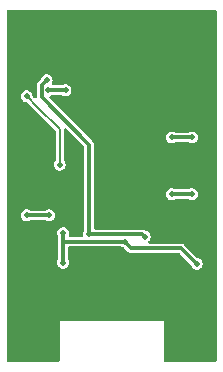
<source format=gbr>
%TF.GenerationSoftware,KiCad,Pcbnew,7.0.9*%
%TF.CreationDate,2023-12-16T11:51:24+08:00*%
%TF.ProjectId,iPico,69506963-6f2e-46b6-9963-61645f706362,rev?*%
%TF.SameCoordinates,Original*%
%TF.FileFunction,Copper,L2,Bot*%
%TF.FilePolarity,Positive*%
%FSLAX46Y46*%
G04 Gerber Fmt 4.6, Leading zero omitted, Abs format (unit mm)*
G04 Created by KiCad (PCBNEW 7.0.9) date 2023-12-16 11:51:24*
%MOMM*%
%LPD*%
G01*
G04 APERTURE LIST*
%TA.AperFunction,ComponentPad*%
%ADD10C,3.000000*%
%TD*%
%TA.AperFunction,ComponentPad*%
%ADD11O,0.940000X1.930000*%
%TD*%
%TA.AperFunction,ViaPad*%
%ADD12C,0.500000*%
%TD*%
%TA.AperFunction,Conductor*%
%ADD13C,0.300000*%
%TD*%
%TA.AperFunction,Conductor*%
%ADD14C,0.200000*%
%TD*%
G04 APERTURE END LIST*
D10*
%TO.P,H3,1,1*%
%TO.N,GND*%
X92800000Y-110300000D03*
%TD*%
%TO.P,H1,1,1*%
%TO.N,GND*%
X100000000Y-86700000D03*
%TD*%
D11*
%TO.P,J1,1,GND1*%
%TO.N,GND*%
X94775000Y-112050000D03*
%TO.P,J1,13,GND4*%
X105225000Y-112050000D03*
%TD*%
D10*
%TO.P,H2,1,1*%
%TO.N,GND*%
X107200000Y-110300000D03*
%TD*%
D12*
%TO.N,/+3.3V*%
X107200000Y-106600000D03*
X105100000Y-100700000D03*
X96096800Y-91896800D03*
X106800000Y-95900000D03*
X95900000Y-104000000D03*
X101100000Y-104720000D03*
X95900000Y-106500000D03*
X94614513Y-91917488D03*
X106800000Y-100700000D03*
X105100000Y-95900000D03*
%TO.N,GND*%
X101500000Y-92900000D03*
X97200000Y-85800000D03*
X93300000Y-98325000D03*
X98800000Y-88100000D03*
X104435523Y-103164477D03*
X102800000Y-106200000D03*
X93000000Y-96500000D03*
X94900000Y-110000000D03*
X108200000Y-98500000D03*
X93700000Y-106400000D03*
X105600000Y-87500000D03*
X108500000Y-107200000D03*
X105525000Y-89200000D03*
X106300000Y-86200000D03*
X101100000Y-96600000D03*
X101200000Y-91055000D03*
X95200000Y-108700000D03*
X94400000Y-105705000D03*
X101600000Y-106300000D03*
X101200000Y-98700000D03*
X99300000Y-98700000D03*
X103000000Y-107125000D03*
X108600000Y-101000000D03*
X104400000Y-108600000D03*
X91600000Y-102900000D03*
X108400000Y-86900000D03*
X101100000Y-105680000D03*
X91600000Y-100400000D03*
X99200000Y-96600000D03*
X91500000Y-106300000D03*
X93700000Y-100125000D03*
X105400000Y-109800000D03*
X93700000Y-104200000D03*
X93820000Y-98900000D03*
X100200000Y-97600000D03*
X105600000Y-90900000D03*
X97400000Y-106700000D03*
X108200000Y-95700000D03*
X103270000Y-108545000D03*
X97600000Y-105705000D03*
X101800000Y-85800000D03*
X97200000Y-87500000D03*
X106800000Y-104800000D03*
X108600000Y-103700000D03*
X106500000Y-92200000D03*
X93000000Y-95200000D03*
X96100000Y-89600000D03*
X93000000Y-93800000D03*
X108400000Y-91500000D03*
X108400000Y-89200000D03*
X95100000Y-89600000D03*
X94800000Y-85800000D03*
X105100000Y-98400000D03*
X92900000Y-85800000D03*
%TO.N,/+1.1V*%
X102800000Y-104300000D03*
X94500000Y-91055000D03*
X98100000Y-104100000D03*
%TO.N,/+5V_VIN*%
X94700000Y-102500000D03*
X92800000Y-102500000D03*
%TO.N,/GPIO25*%
X95600000Y-98200000D03*
X92800000Y-92400000D03*
%TD*%
D13*
%TO.N,/+3.3V*%
X105900000Y-105300000D02*
X107200000Y-106600000D01*
X106800000Y-95900000D02*
X105100000Y-95900000D01*
X101680000Y-105300000D02*
X105900000Y-105300000D01*
X101100000Y-104720000D02*
X101680000Y-105300000D01*
X101100000Y-104720000D02*
X95980000Y-104720000D01*
X94635201Y-91896800D02*
X96096800Y-91896800D01*
X95900000Y-104000000D02*
X95900000Y-104800000D01*
X106800000Y-100700000D02*
X105100000Y-100700000D01*
X95980000Y-104720000D02*
X95900000Y-104800000D01*
X96100000Y-91900000D02*
X96096800Y-91896800D01*
X94614513Y-91917488D02*
X94635201Y-91896800D01*
X95900000Y-104800000D02*
X95900000Y-106500000D01*
%TO.N,/+1.1V*%
X94064513Y-91490487D02*
X94064513Y-92464513D01*
X94500000Y-91055000D02*
X94064513Y-91490487D01*
X98100000Y-96500000D02*
X98100000Y-104100000D01*
X98100000Y-104100000D02*
X102600000Y-104100000D01*
X102600000Y-104100000D02*
X102800000Y-104300000D01*
X94064513Y-92464513D02*
X98100000Y-96500000D01*
%TO.N,/+5V_VIN*%
X94700000Y-102500000D02*
X92800000Y-102500000D01*
D14*
%TO.N,/GPIO25*%
X95575000Y-98175000D02*
X95600000Y-98200000D01*
X95600000Y-95200000D02*
X93700000Y-93300000D01*
X95600000Y-98200000D02*
X95600000Y-95200000D01*
X93700000Y-93300000D02*
X92800000Y-92400000D01*
%TD*%
%TA.AperFunction,Conductor*%
%TO.N,GND*%
G36*
X108842539Y-85130185D02*
G01*
X108888294Y-85182989D01*
X108899500Y-85234500D01*
X108899500Y-114785500D01*
X108879815Y-114852539D01*
X108827011Y-114898294D01*
X108775500Y-114909500D01*
X104524500Y-114909500D01*
X104457461Y-114889815D01*
X104411706Y-114837011D01*
X104400500Y-114785500D01*
X104400500Y-111477347D01*
X104399601Y-111474581D01*
X104387200Y-111450242D01*
X104383783Y-111445539D01*
X104364463Y-111426219D01*
X104362112Y-111424511D01*
X104362112Y-111424510D01*
X104362110Y-111424509D01*
X104359761Y-111422802D01*
X104335416Y-111410397D01*
X104332656Y-111409500D01*
X104332654Y-111409500D01*
X104315917Y-111409500D01*
X95732654Y-111409500D01*
X95667346Y-111409500D01*
X95664591Y-111410395D01*
X95640236Y-111422803D01*
X95635543Y-111426213D01*
X95616213Y-111445543D01*
X95612803Y-111450236D01*
X95600395Y-111474591D01*
X95599500Y-111477346D01*
X95599500Y-114785500D01*
X95579815Y-114852539D01*
X95527011Y-114898294D01*
X95475500Y-114909500D01*
X91224500Y-114909500D01*
X91157461Y-114889815D01*
X91111706Y-114837011D01*
X91100500Y-114785500D01*
X91100500Y-102500000D01*
X92294353Y-102500000D01*
X92314834Y-102642456D01*
X92374622Y-102773371D01*
X92374623Y-102773373D01*
X92468872Y-102882143D01*
X92589947Y-102959953D01*
X92589950Y-102959954D01*
X92589949Y-102959954D01*
X92728036Y-103000499D01*
X92728038Y-103000500D01*
X92728039Y-103000500D01*
X92871962Y-103000500D01*
X92871962Y-103000499D01*
X93010050Y-102959954D01*
X93010051Y-102959954D01*
X93071936Y-102920184D01*
X93138974Y-102900500D01*
X94361026Y-102900500D01*
X94428064Y-102920184D01*
X94489949Y-102959954D01*
X94628036Y-103000499D01*
X94628038Y-103000500D01*
X94628039Y-103000500D01*
X94771962Y-103000500D01*
X94771962Y-103000499D01*
X94910053Y-102959953D01*
X95031128Y-102882143D01*
X95125377Y-102773373D01*
X95185165Y-102642457D01*
X95205647Y-102500000D01*
X95185165Y-102357543D01*
X95125377Y-102226627D01*
X95031128Y-102117857D01*
X94910053Y-102040047D01*
X94910051Y-102040046D01*
X94910049Y-102040045D01*
X94910050Y-102040045D01*
X94771963Y-101999500D01*
X94771961Y-101999500D01*
X94628039Y-101999500D01*
X94628036Y-101999500D01*
X94489950Y-102040045D01*
X94489948Y-102040045D01*
X94428064Y-102079816D01*
X94361026Y-102099500D01*
X93138974Y-102099500D01*
X93071936Y-102079816D01*
X93010050Y-102040045D01*
X92871963Y-101999500D01*
X92871961Y-101999500D01*
X92728039Y-101999500D01*
X92728036Y-101999500D01*
X92589949Y-102040045D01*
X92468873Y-102117856D01*
X92374623Y-102226626D01*
X92374622Y-102226628D01*
X92314834Y-102357543D01*
X92294353Y-102500000D01*
X91100500Y-102500000D01*
X91100500Y-92400000D01*
X92294353Y-92400000D01*
X92314834Y-92542456D01*
X92337327Y-92591707D01*
X92374623Y-92673373D01*
X92468872Y-92782143D01*
X92589947Y-92859953D01*
X92589950Y-92859954D01*
X92589949Y-92859954D01*
X92728036Y-92900499D01*
X92728038Y-92900500D01*
X92728039Y-92900500D01*
X92753456Y-92900500D01*
X92820495Y-92920185D01*
X92841137Y-92936819D01*
X93410802Y-93506484D01*
X95213181Y-95308862D01*
X95246666Y-95370185D01*
X95249500Y-95396543D01*
X95249500Y-97793963D01*
X95229815Y-97861002D01*
X95219214Y-97875164D01*
X95174625Y-97926623D01*
X95174622Y-97926628D01*
X95114834Y-98057543D01*
X95094353Y-98200000D01*
X95114834Y-98342456D01*
X95174622Y-98473371D01*
X95174623Y-98473373D01*
X95268872Y-98582143D01*
X95389947Y-98659953D01*
X95389950Y-98659954D01*
X95389949Y-98659954D01*
X95528036Y-98700499D01*
X95528038Y-98700500D01*
X95528039Y-98700500D01*
X95671962Y-98700500D01*
X95671962Y-98700499D01*
X95810053Y-98659953D01*
X95931128Y-98582143D01*
X96025377Y-98473373D01*
X96085165Y-98342457D01*
X96105647Y-98200000D01*
X96085165Y-98057543D01*
X96025377Y-97926627D01*
X96025374Y-97926623D01*
X95980786Y-97875164D01*
X95951762Y-97811608D01*
X95950500Y-97793963D01*
X95950500Y-95249211D01*
X95953139Y-95223764D01*
X95957151Y-95204630D01*
X95958602Y-95204934D01*
X95977440Y-95149370D01*
X96032087Y-95105833D01*
X96101597Y-95098751D01*
X96163901Y-95130373D01*
X96166582Y-95132975D01*
X97663181Y-96629573D01*
X97696666Y-96690896D01*
X97699500Y-96717254D01*
X97699500Y-103751667D01*
X97679815Y-103818706D01*
X97679094Y-103819669D01*
X97674622Y-103826628D01*
X97614834Y-103957543D01*
X97594353Y-104100000D01*
X97605546Y-104177854D01*
X97595602Y-104247012D01*
X97549847Y-104299816D01*
X97482808Y-104319500D01*
X96497260Y-104319500D01*
X96430221Y-104299815D01*
X96384466Y-104247011D01*
X96374522Y-104177853D01*
X96384464Y-104143991D01*
X96385165Y-104142457D01*
X96405647Y-104000000D01*
X96385165Y-103857543D01*
X96325377Y-103726627D01*
X96231128Y-103617857D01*
X96110053Y-103540047D01*
X96110051Y-103540046D01*
X96110049Y-103540045D01*
X96110050Y-103540045D01*
X95971963Y-103499500D01*
X95971961Y-103499500D01*
X95828039Y-103499500D01*
X95828036Y-103499500D01*
X95689949Y-103540045D01*
X95568873Y-103617856D01*
X95474623Y-103726626D01*
X95474622Y-103726628D01*
X95414834Y-103857543D01*
X95394353Y-104000000D01*
X95414834Y-104142456D01*
X95431000Y-104177853D01*
X95474623Y-104273373D01*
X95474627Y-104273378D01*
X95479418Y-104280833D01*
X95476364Y-104282795D01*
X95498235Y-104330663D01*
X95499500Y-104348332D01*
X95499500Y-106151667D01*
X95479815Y-106218706D01*
X95479094Y-106219669D01*
X95474622Y-106226628D01*
X95414834Y-106357543D01*
X95394353Y-106500000D01*
X95414834Y-106642456D01*
X95460504Y-106742457D01*
X95474623Y-106773373D01*
X95568872Y-106882143D01*
X95689947Y-106959953D01*
X95689950Y-106959954D01*
X95689949Y-106959954D01*
X95828036Y-107000499D01*
X95828038Y-107000500D01*
X95828039Y-107000500D01*
X95971962Y-107000500D01*
X95971962Y-107000499D01*
X96110053Y-106959953D01*
X96231128Y-106882143D01*
X96325377Y-106773373D01*
X96385165Y-106642457D01*
X96405647Y-106500000D01*
X96385165Y-106357543D01*
X96325377Y-106226627D01*
X96325374Y-106226624D01*
X96320582Y-106219166D01*
X96323621Y-106217212D01*
X96301749Y-106169224D01*
X96300500Y-106151667D01*
X96300500Y-105244500D01*
X96320185Y-105177461D01*
X96372989Y-105131706D01*
X96424500Y-105120500D01*
X100761026Y-105120500D01*
X100828064Y-105140184D01*
X100871050Y-105167809D01*
X100886069Y-105177461D01*
X100889949Y-105179954D01*
X101006262Y-105214106D01*
X101059009Y-105245402D01*
X101420986Y-105607380D01*
X101421006Y-105607398D01*
X101441658Y-105628050D01*
X101461398Y-105638108D01*
X101477987Y-105648274D01*
X101495909Y-105661295D01*
X101495910Y-105661295D01*
X101495911Y-105661296D01*
X101516980Y-105668142D01*
X101534949Y-105675584D01*
X101554696Y-105685646D01*
X101576582Y-105689112D01*
X101595497Y-105693653D01*
X101616567Y-105700500D01*
X101648481Y-105700500D01*
X105682745Y-105700500D01*
X105749784Y-105720185D01*
X105770426Y-105736819D01*
X106675369Y-106641762D01*
X106708854Y-106703085D01*
X106710426Y-106711795D01*
X106714835Y-106742457D01*
X106774623Y-106873373D01*
X106868872Y-106982143D01*
X106989947Y-107059953D01*
X106989950Y-107059954D01*
X106989949Y-107059954D01*
X107128036Y-107100499D01*
X107128038Y-107100500D01*
X107128039Y-107100500D01*
X107271962Y-107100500D01*
X107271962Y-107100499D01*
X107410053Y-107059953D01*
X107531128Y-106982143D01*
X107625377Y-106873373D01*
X107685165Y-106742457D01*
X107705647Y-106600000D01*
X107685165Y-106457543D01*
X107625377Y-106326627D01*
X107531128Y-106217857D01*
X107496581Y-106195655D01*
X107410051Y-106140045D01*
X107293736Y-106105893D01*
X107240990Y-106074597D01*
X106159287Y-104992893D01*
X106159256Y-104992864D01*
X106138342Y-104971950D01*
X106138341Y-104971949D01*
X106118600Y-104961890D01*
X106102014Y-104951726D01*
X106084090Y-104938704D01*
X106084091Y-104938704D01*
X106063018Y-104931857D01*
X106045045Y-104924412D01*
X106025307Y-104914355D01*
X106025304Y-104914354D01*
X106003418Y-104910887D01*
X105984507Y-104906346D01*
X105963439Y-104899501D01*
X105963434Y-104899500D01*
X105963433Y-104899500D01*
X105963429Y-104899500D01*
X103212741Y-104899500D01*
X103145702Y-104879815D01*
X103099947Y-104827011D01*
X103090003Y-104757853D01*
X103119028Y-104694297D01*
X103130766Y-104682559D01*
X103131124Y-104682145D01*
X103131128Y-104682143D01*
X103225377Y-104573373D01*
X103285165Y-104442457D01*
X103305647Y-104300000D01*
X103285165Y-104157543D01*
X103225377Y-104026627D01*
X103131128Y-103917857D01*
X103010053Y-103840047D01*
X103010051Y-103840046D01*
X103010049Y-103840045D01*
X103010050Y-103840045D01*
X102893736Y-103805893D01*
X102840989Y-103774597D01*
X102838342Y-103771950D01*
X102838340Y-103771949D01*
X102818600Y-103761890D01*
X102802014Y-103751726D01*
X102784090Y-103738704D01*
X102784091Y-103738704D01*
X102763018Y-103731857D01*
X102745045Y-103724412D01*
X102725307Y-103714355D01*
X102725304Y-103714354D01*
X102703418Y-103710887D01*
X102684507Y-103706346D01*
X102663439Y-103699501D01*
X102663434Y-103699500D01*
X102663433Y-103699500D01*
X102663429Y-103699500D01*
X98624500Y-103699500D01*
X98557461Y-103679815D01*
X98511706Y-103627011D01*
X98500500Y-103575500D01*
X98500500Y-100700000D01*
X104594353Y-100700000D01*
X104614834Y-100842456D01*
X104674622Y-100973371D01*
X104674623Y-100973373D01*
X104768872Y-101082143D01*
X104889947Y-101159953D01*
X104889950Y-101159954D01*
X104889949Y-101159954D01*
X105028036Y-101200499D01*
X105028038Y-101200500D01*
X105028039Y-101200500D01*
X105171962Y-101200500D01*
X105171962Y-101200499D01*
X105310050Y-101159954D01*
X105310051Y-101159954D01*
X105371936Y-101120184D01*
X105438974Y-101100500D01*
X106461026Y-101100500D01*
X106528064Y-101120184D01*
X106589949Y-101159954D01*
X106728036Y-101200499D01*
X106728038Y-101200500D01*
X106728039Y-101200500D01*
X106871962Y-101200500D01*
X106871962Y-101200499D01*
X107010053Y-101159953D01*
X107131128Y-101082143D01*
X107225377Y-100973373D01*
X107285165Y-100842457D01*
X107305647Y-100700000D01*
X107285165Y-100557543D01*
X107225377Y-100426627D01*
X107131128Y-100317857D01*
X107010053Y-100240047D01*
X107010051Y-100240046D01*
X107010049Y-100240045D01*
X107010050Y-100240045D01*
X106871963Y-100199500D01*
X106871961Y-100199500D01*
X106728039Y-100199500D01*
X106728036Y-100199500D01*
X106589950Y-100240045D01*
X106589948Y-100240045D01*
X106528064Y-100279816D01*
X106461026Y-100299500D01*
X105438974Y-100299500D01*
X105371936Y-100279816D01*
X105310050Y-100240045D01*
X105171963Y-100199500D01*
X105171961Y-100199500D01*
X105028039Y-100199500D01*
X105028036Y-100199500D01*
X104889949Y-100240045D01*
X104768873Y-100317856D01*
X104674623Y-100426626D01*
X104674622Y-100426628D01*
X104614834Y-100557543D01*
X104594353Y-100700000D01*
X98500500Y-100700000D01*
X98500500Y-96466159D01*
X98500499Y-96466129D01*
X98500499Y-96436568D01*
X98500499Y-96436567D01*
X98493653Y-96415501D01*
X98489111Y-96396580D01*
X98485646Y-96374696D01*
X98475586Y-96354952D01*
X98468140Y-96336974D01*
X98461297Y-96315913D01*
X98461296Y-96315912D01*
X98461296Y-96315910D01*
X98448269Y-96297981D01*
X98438104Y-96281392D01*
X98428050Y-96261658D01*
X98338342Y-96171950D01*
X98066392Y-95900000D01*
X104594353Y-95900000D01*
X104614834Y-96042456D01*
X104673973Y-96171950D01*
X104674623Y-96173373D01*
X104768872Y-96282143D01*
X104889947Y-96359953D01*
X104889950Y-96359954D01*
X104889949Y-96359954D01*
X105028036Y-96400499D01*
X105028038Y-96400500D01*
X105028039Y-96400500D01*
X105171962Y-96400500D01*
X105171962Y-96400499D01*
X105310050Y-96359954D01*
X105310051Y-96359954D01*
X105317835Y-96354952D01*
X105331360Y-96346260D01*
X105371936Y-96320184D01*
X105438974Y-96300500D01*
X106461026Y-96300500D01*
X106528064Y-96320184D01*
X106568640Y-96346260D01*
X106582165Y-96354952D01*
X106589949Y-96359954D01*
X106728036Y-96400499D01*
X106728038Y-96400500D01*
X106728039Y-96400500D01*
X106871962Y-96400500D01*
X106871962Y-96400499D01*
X107010053Y-96359953D01*
X107131128Y-96282143D01*
X107225377Y-96173373D01*
X107285165Y-96042457D01*
X107305647Y-95900000D01*
X107285165Y-95757543D01*
X107225377Y-95626627D01*
X107131128Y-95517857D01*
X107010053Y-95440047D01*
X107010051Y-95440046D01*
X107010049Y-95440045D01*
X107010050Y-95440045D01*
X106871963Y-95399500D01*
X106871961Y-95399500D01*
X106728039Y-95399500D01*
X106728036Y-95399500D01*
X106589950Y-95440045D01*
X106589948Y-95440045D01*
X106528064Y-95479816D01*
X106461026Y-95499500D01*
X105438974Y-95499500D01*
X105371936Y-95479816D01*
X105310050Y-95440045D01*
X105171963Y-95399500D01*
X105171961Y-95399500D01*
X105028039Y-95399500D01*
X105028036Y-95399500D01*
X104889949Y-95440045D01*
X104768873Y-95517856D01*
X104674623Y-95626626D01*
X104674622Y-95626628D01*
X104614834Y-95757543D01*
X104594353Y-95900000D01*
X98066392Y-95900000D01*
X94755333Y-92588940D01*
X94721848Y-92527617D01*
X94726832Y-92457925D01*
X94768704Y-92401992D01*
X94808079Y-92382281D01*
X94824566Y-92377441D01*
X94918638Y-92316984D01*
X94985677Y-92297300D01*
X95757826Y-92297300D01*
X95824864Y-92316984D01*
X95886749Y-92356754D01*
X96024836Y-92397299D01*
X96024838Y-92397300D01*
X96024839Y-92397300D01*
X96168762Y-92397300D01*
X96168762Y-92397299D01*
X96306853Y-92356753D01*
X96427928Y-92278943D01*
X96522177Y-92170173D01*
X96581965Y-92039257D01*
X96602447Y-91896800D01*
X96581965Y-91754343D01*
X96522177Y-91623427D01*
X96427928Y-91514657D01*
X96306853Y-91436847D01*
X96306851Y-91436846D01*
X96306849Y-91436845D01*
X96306850Y-91436845D01*
X96168763Y-91396300D01*
X96168761Y-91396300D01*
X96024839Y-91396300D01*
X96024836Y-91396300D01*
X95886750Y-91436845D01*
X95886748Y-91436845D01*
X95824864Y-91476616D01*
X95757826Y-91496300D01*
X95041635Y-91496300D01*
X94974596Y-91476615D01*
X94928841Y-91423811D01*
X94918897Y-91354653D01*
X94928841Y-91320788D01*
X94951175Y-91271884D01*
X94985165Y-91197457D01*
X95005647Y-91055000D01*
X94985165Y-90912543D01*
X94925377Y-90781627D01*
X94831128Y-90672857D01*
X94710053Y-90595047D01*
X94710051Y-90595046D01*
X94710049Y-90595045D01*
X94710050Y-90595045D01*
X94571963Y-90554500D01*
X94571961Y-90554500D01*
X94428039Y-90554500D01*
X94428036Y-90554500D01*
X94289949Y-90595045D01*
X94168873Y-90672856D01*
X94074623Y-90781626D01*
X94074622Y-90781628D01*
X94014835Y-90912541D01*
X94014834Y-90912545D01*
X94010426Y-90943204D01*
X93981400Y-91006759D01*
X93975370Y-91013236D01*
X93759029Y-91229578D01*
X93759026Y-91229581D01*
X93736462Y-91252146D01*
X93736461Y-91252147D01*
X93726404Y-91271884D01*
X93716244Y-91288464D01*
X93703219Y-91306392D01*
X93703216Y-91306397D01*
X93696367Y-91327475D01*
X93688926Y-91345439D01*
X93678867Y-91365182D01*
X93675400Y-91387069D01*
X93670860Y-91405978D01*
X93664013Y-91427054D01*
X93664013Y-92468969D01*
X93644328Y-92536008D01*
X93591524Y-92581763D01*
X93522366Y-92591707D01*
X93458810Y-92562682D01*
X93452332Y-92556650D01*
X93336503Y-92440821D01*
X93303018Y-92379498D01*
X93301449Y-92370805D01*
X93285165Y-92257543D01*
X93225377Y-92126627D01*
X93131128Y-92017857D01*
X93010053Y-91940047D01*
X93010051Y-91940046D01*
X93010049Y-91940045D01*
X93010050Y-91940045D01*
X92871963Y-91899500D01*
X92871961Y-91899500D01*
X92728039Y-91899500D01*
X92728036Y-91899500D01*
X92589949Y-91940045D01*
X92468873Y-92017856D01*
X92374623Y-92126626D01*
X92374622Y-92126628D01*
X92314834Y-92257543D01*
X92294353Y-92400000D01*
X91100500Y-92400000D01*
X91100500Y-85234500D01*
X91120185Y-85167461D01*
X91172989Y-85121706D01*
X91224500Y-85110500D01*
X108775500Y-85110500D01*
X108842539Y-85130185D01*
G37*
%TD.AperFunction*%
%TD*%
M02*

</source>
